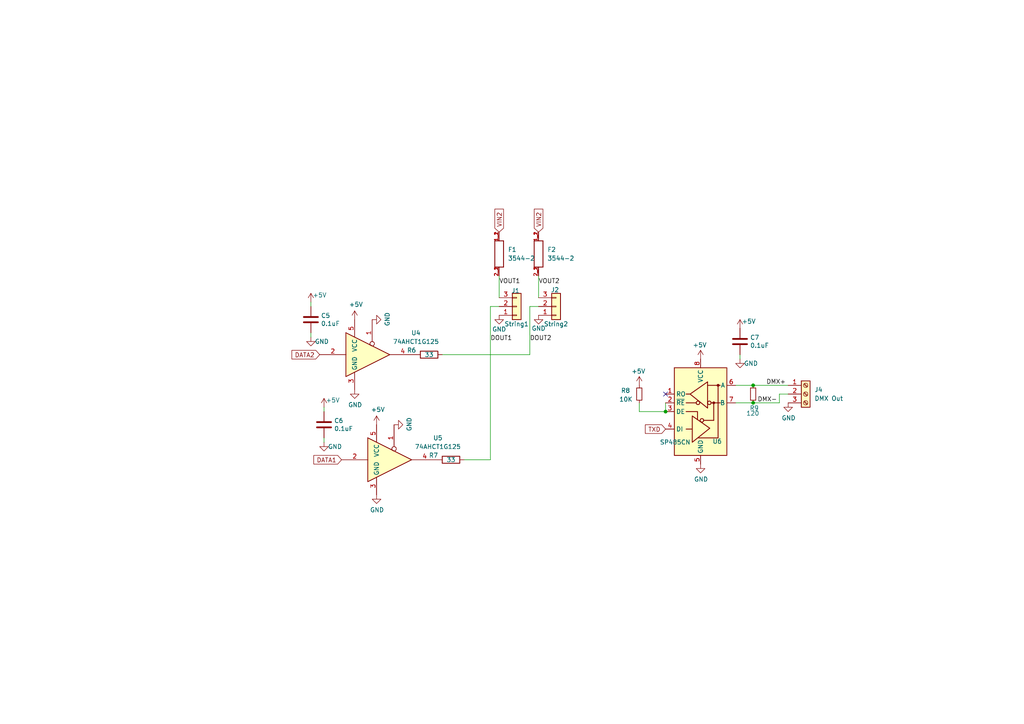
<source format=kicad_sch>
(kicad_sch (version 20231120) (generator "eeschema") (generator_version "8.0")
  (paper "A4")
  (title_block (title "Pi Zero W 2") (date "2024-12-30") (rev "v1") (company "Scott Hanson"))
  (lib_symbols
    (symbol "74xGxx:74AHCT1G125"
      (property "Reference" "U" (at -2.54 3.81 0))
      (property "Value" "74AHCT1G125" (at 0 -3.81 0))
      (symbol "74AHCT1G125_0_1"
        (polyline (pts (xy -7.62 6.35) (xy -7.62 -6.35) (xy 5.08 0) (xy -7.62 6.35)) (stroke (width 0.254)) (fill (type background)))
      )
      (symbol "74AHCT1G125_1_1"
        (pin input inverted (at 0 10.16 270) (length 7.62) (name "~") (number "1"))
        (pin input line (at -15.24 0 0) (length 7.62) (name "~") (number "2"))
        (pin power_in line (at -5.08 -10.16 90) (length 5.08) (name "GND") (number "3"))
        (pin tri_state line (at 12.7 0 180) (length 7.62) (name "~") (number "4"))
        (pin power_in line (at -5.08 10.16 270) (length 5.08) (name "VCC") (number "5"))
      )
    )
    (symbol "Connector:Screw_Terminal_01x03" (pin_names (offset 1.016) hide)
      (property "Reference" "J" (at 0 5.08 0))
      (property "Value" "Screw_Terminal_01x03" (at 0 -5.08 0))
      (symbol "Screw_Terminal_01x03_1_1"
        (rectangle (start -1.27 3.81) (end 1.27 -3.81) (stroke (width 0.254)) (fill (type background)))
        (circle (center 0 -2.54) (radius 0.635) (stroke (width 0.1524)))
        (polyline (pts (xy -0.5334 -2.2098) (xy 0.3302 -3.048)) (stroke (width 0.1524)))
        (polyline (pts (xy -0.5334 0.3302) (xy 0.3302 -0.508)) (stroke (width 0.1524)))
        (polyline (pts (xy -0.5334 2.8702) (xy 0.3302 2.032)) (stroke (width 0.1524)))
        (polyline (pts (xy -0.3556 -2.032) (xy 0.508 -2.8702)) (stroke (width 0.1524)))
        (polyline (pts (xy -0.3556 0.508) (xy 0.508 -0.3302)) (stroke (width 0.1524)))
        (polyline (pts (xy -0.3556 3.048) (xy 0.508 2.2098)) (stroke (width 0.1524)))
        (circle (center 0 0) (radius 0.635) (stroke (width 0.1524)))
        (circle (center 0 2.54) (radius 0.635) (stroke (width 0.1524)))
        (pin passive line (at -5.08 2.54 0) (length 3.81) (name "Pin_1") (number "1"))
        (pin passive line (at -5.08 0 0) (length 3.81) (name "Pin_2") (number "2"))
        (pin passive line (at -5.08 -2.54 0) (length 3.81) (name "Pin_3") (number "3"))
      )
    )
    (symbol "Connector_Generic:Conn_01x03" (pin_names (offset 1.016) hide)
      (property "Reference" "J" (at 0 5.08 0))
      (property "Value" "Conn_01x03" (at 0 -5.08 0))
      (symbol "Conn_01x03_1_1"
        (rectangle (start -1.27 -2.413) (end 0 -2.667) (stroke (width 0.1524)))
        (rectangle (start -1.27 0.127) (end 0 -0.127) (stroke (width 0.1524)))
        (rectangle (start -1.27 2.667) (end 0 2.413) (stroke (width 0.1524)))
        (rectangle (start -1.27 3.81) (end 1.27 -3.81) (stroke (width 0.254)) (fill (type background)))
        (pin passive line (at -5.08 2.54 0) (length 3.81) (name "Pin_1") (number "1"))
        (pin passive line (at -5.08 0 0) (length 3.81) (name "Pin_2") (number "2"))
        (pin passive line (at -5.08 -2.54 0) (length 3.81) (name "Pin_3") (number "3"))
      )
    )
    (symbol "Device:R" (pin_numbers hide) (pin_names (offset 0))
      (property "Reference" "R" (at 2.032 0 90))
      (property "Value" "R" (at 0 0 90))
      (symbol "R_0_1"
        (rectangle (start -1.016 -2.54) (end 1.016 2.54) (stroke (width 0.254)))
      )
      (symbol "R_1_1"
        (pin passive line (at 0 3.81 270) (length 1.27) (name "~") (number "1"))
        (pin passive line (at 0 -3.81 90) (length 1.27) (name "~") (number "2"))
      )
    )
    (symbol "Device:R_Small" (pin_numbers hide) (pin_names (offset 0.254) hide)
      (property "Reference" "R" (at 0.762 0.508 0))
      (property "Value" "R_Small" (at 0.762 -1.016 0))
      (symbol "R_Small_0_1"
        (rectangle (start -0.762 1.778) (end 0.762 -1.778) (stroke (width 0.2032)))
      )
      (symbol "R_Small_1_1"
        (pin passive line (at 0 2.54 270) (length 0.762) (name "~") (number "1"))
        (pin passive line (at 0 -2.54 90) (length 0.762) (name "~") (number "2"))
      )
    )
    (symbol "Interface_UART:SP3485CP"
      (property "Reference" "U" (at -7.62 13.97 0))
      (property "Value" "SP3485CP" (at 1.905 13.97 0))
      (symbol "SP3485CP_0_1"
        (rectangle (start -7.62 12.7) (end 7.62 -12.7) (stroke (width 0.254)) (fill (type background)))
        (polyline (pts (xy -4.191 2.54) (xy -1.27 2.54)) (stroke (width 0.254)))
        (polyline (pts (xy -2.54 -5.08) (xy -4.191 -5.08)) (stroke (width 0.254)))
        (polyline (pts (xy -0.635 -7.62) (xy 5.08 -7.62)) (stroke (width 0.254)))
        (polyline (pts (xy 0.889 -2.54) (xy 3.81 -2.54)) (stroke (width 0.254)))
        (polyline (pts (xy 2.032 7.62) (xy 5.715 7.62)) (stroke (width 0.254)))
        (polyline (pts (xy 3.048 2.54) (xy 5.715 2.54)) (stroke (width 0.254)))
        (polyline (pts (xy 3.81 -2.54) (xy 3.81 2.54)) (stroke (width 0.254)))
        (polyline (pts (xy 5.08 -7.62) (xy 5.08 7.62)) (stroke (width 0.254)))
        (polyline (pts (xy -4.191 0) (xy -0.889 0) (xy -0.889 -2.286)) (stroke (width 0.254)))
        (polyline (pts (xy -3.175 5.08) (xy -4.191 5.08) (xy -4.064 5.08)) (stroke (width 0.254)))
        (polyline (pts (xy -2.413 -5.08) (xy -2.413 -1.27) (xy 2.667 -4.826) (xy -2.413 -8.89) (xy -2.413 -5.08)) (stroke (width 0.254)))
        (circle (center 0.381 -2.54) (radius 0.508) (stroke (width 0.254)))
        (circle (center 3.81 2.54) (radius 0.2794) (stroke (width 0.254)) (fill (type outline)))
      )
      (symbol "SP3485CP_1_1"
        (circle (center -0.762 2.54) (radius 0.508) (stroke (width 0.254)))
        (polyline (pts (xy 2.032 4.826) (xy 2.032 8.636) (xy -3.048 5.08) (xy 2.032 1.016) (xy 2.032 4.826)) (stroke (width 0.254)))
        (circle (center 2.54 2.54) (radius 0.508) (stroke (width 0.254)))
        (circle (center 5.08 7.62) (radius 0.2794) (stroke (width 0.254)) (fill (type outline)))
        (pin output line (at -10.16 5.08 0) (length 2.54) (name "RO") (number "1"))
        (pin input line (at -10.16 2.54 0) (length 2.54) (name "~{RE}") (number "2"))
        (pin input line (at -10.16 0 0) (length 2.54) (name "DE") (number "3"))
        (pin input line (at -10.16 -5.08 0) (length 2.54) (name "DI") (number "4"))
        (pin power_in line (at 0 -15.24 90) (length 2.54) (name "GND") (number "5"))
        (pin bidirectional line (at 10.16 7.62 180) (length 2.54) (name "A") (number "6"))
        (pin bidirectional line (at 10.16 2.54 180) (length 2.54) (name "B") (number "7"))
        (pin power_in line (at 0 15.24 270) (length 2.54) (name "VCC") (number "8"))
      )
    )
    (symbol "Pi_Zero_W_16-rescue:C-Device" (pin_numbers hide) (pin_names (offset 0.254))
      (property "Reference" "C" (at 0.635 2.54 0))
      (property "Value" "C-Device" (at 0.635 -2.54 0))
      (symbol "C-Device_0_1"
        (polyline (pts (xy -2.032 -0.762) (xy 2.032 -0.762)) (stroke (width 0.508)))
        (polyline (pts (xy -2.032 0.762) (xy 2.032 0.762)) (stroke (width 0.508)))
      )
      (symbol "C-Device_1_1"
        (pin passive line (at 0 3.81 270) (length 2.794) (name "~") (number "1"))
        (pin passive line (at 0 -3.81 90) (length 2.794) (name "~") (number "2"))
      )
    )
    (symbol "Scotts:3544-2" (pin_names (offset 1.016) hide)
      (property "Reference" "F?" (at -3.81 2.54 0))
      (property "Value" "3544-2" (at -3.81 -2.54 0))
      (symbol "3544-2_0_0"
        (polyline (pts (xy -3.81 -1.27) (xy -3.81 1.27)) (stroke (width 0.254)))
        (polyline (pts (xy -3.81 1.27) (xy 3.81 1.27)) (stroke (width 0.254)))
        (polyline (pts (xy 3.81 -1.27) (xy -3.81 -1.27)) (stroke (width 0.254)))
        (polyline (pts (xy 3.81 1.27) (xy 3.81 -1.27)) (stroke (width 0.254)))
        (text "~" (at 0 0 0) (effects (font (size 1.27 1.27))))
        (pin passive line (at -6.35 0 0) (length 2.54) (name "1") (number "1_1"))
        (pin passive line (at -6.35 0 0) (length 2.54) (name "1") (number "1_2"))
        (pin passive line (at 6.35 0 180) (length 2.54) (name "2") (number "2_1"))
        (pin passive line (at 6.35 0 180) (length 2.54) (name "2") (number "2_2"))
      )
    )
    (symbol "power:+5V" (power) (pin_names (offset 0))
      (property "Value" "+5V" (at 0 3.556 0))
      (symbol "+5V_0_1"
        (polyline (pts (xy -0.762 1.27) (xy 0 2.54)))
        (polyline (pts (xy 0 0) (xy 0 2.54)))
        (polyline (pts (xy 0 2.54) (xy 0.762 1.27)))
      )
      (symbol "+5V_1_1"
        (pin power_in line (at 0 0 90) (length 0) hide (name "+5V") (number "1"))
      )
    )
    (symbol "power:GND" (power) (pin_names (offset 0))
      (property "Value" "GND" (at 0 -3.81 0))
      (symbol "GND_0_1"
        (polyline (pts (xy 0 0) (xy 0 -1.27) (xy 1.27 -1.27) (xy 0 -2.54) (xy -1.27 -1.27) (xy 0 -1.27)))
      )
      (symbol "GND_1_1"
        (pin power_in line (at 0 0 270) (length 0) hide (name "GND") (number "1"))
      )
    )
  )
  (junction (at 218.44 116.84))
  (junction (at 193.04 119.38))
  (junction (at 218.44 111.76))
  (no_connect (at 193.04 114.3))
  (wire (pts (xy 142.24 88.9) (xy 142.24 133.35)))
  (wire (pts (xy 226.06 114.3) (xy 228.6 114.3)))
  (wire (pts (xy 93.98 128.27) (xy 93.98 127)))
  (wire (pts (xy 226.06 116.84) (xy 226.06 114.3)))
  (wire (pts (xy 142.24 88.9) (xy 144.78 88.9)))
  (wire (pts (xy 213.36 116.84) (xy 218.44 116.84)))
  (wire (pts (xy 218.44 111.76) (xy 228.6 111.76)))
  (wire (pts (xy 144.78 80.01) (xy 144.78 86.36)))
  (wire (pts (xy 213.36 111.76) (xy 218.44 111.76)))
  (wire (pts (xy 218.44 116.84) (xy 226.06 116.84)))
  (wire (pts (xy 93.98 118.11) (xy 93.98 119.38)))
  (wire (pts (xy 156.21 88.9) (xy 153.67 88.9)))
  (wire (pts (xy 128.27 102.87) (xy 153.67 102.87)))
  (wire (pts (xy 90.17 87.63) (xy 90.17 88.9)))
  (wire (pts (xy 185.42 119.38) (xy 185.42 116.84)))
  (wire (pts (xy 193.04 116.84) (xy 193.04 119.38)))
  (wire (pts (xy 156.21 86.36) (xy 156.21 80.01)))
  (wire (pts (xy 134.62 133.35) (xy 142.24 133.35)))
  (wire (pts (xy 90.17 97.79) (xy 90.17 96.52)))
  (wire (pts (xy 153.67 88.9) (xy 153.67 102.87)))
  (wire (pts (xy 193.04 119.38) (xy 185.42 119.38)))
  (wire (pts (xy 214.63 104.14) (xy 214.63 102.87)))
  (label "DMX-" (at 219.71 116.84 0))
  (label "DOUT1" (at 142.24 99.06 0))
  (label "DMX+" (at 222.25 111.76 0))
  (label "DOUT2" (at 153.67 99.06 0))
  (label "VOUT1" (at 144.78 82.55 0))
  (label "VOUT2" (at 156.21 82.55 0))
  (global_label "DATA2" (shape input) (at 92.71 102.87 180) (property "Intersheetrefs" "${INTERSHEET_REFS}" (effects (hide yes))))
  (global_label "TXD" (shape input) (at 193.04 124.46 180) (property "Intersheetrefs" "${INTERSHEET_REFS}" (effects (hide yes))))
  (global_label "VIN2" (shape input) (at 156.21 67.31 90) (property "Intersheetrefs" "${INTERSHEET_REFS}" (effects (hide yes))))
  (global_label "VIN2" (shape input) (at 144.78 67.31 90) (property "Intersheetrefs" "${INTERSHEET_REFS}" (effects (hide yes))))
  (global_label "DATA1" (shape input) (at 99.06 133.35 180) (property "Intersheetrefs" "${INTERSHEET_REFS}" (effects (hide yes))))
  (symbol (lib_id "Connector_Generic:Conn_01x03") (at 149.86 88.9 0) (mirror x) (unit 1)
    (property "Reference" "J1" (at 148.336 84.328 0) (effects (justify left)))
    (property "Value" "String1" (at 146.304 93.98 0) (effects (justify left)))
    (property "Footprint" "Scotts:PhoenixContact_MCV_3.81mm_3.5mm_1x03_Vertical" (effects (hide yes)))
    (property "Digi-Key_PN" "277-5737-ND/ED10555-ND" (effects (hide yes)))
    (property "MPN" "1843619/OSTTJ0311530" (effects (hide yes)))
    (property "LCSC" "C8389" (effects (hide yes)))
  )
  (symbol (lib_id "Connector_Generic:Conn_01x03") (at 161.29 88.9 0) (mirror x) (unit 1)
    (property "Reference" "J2" (at 159.766 84.074 0) (effects (justify left)))
    (property "Value" "String2" (at 157.734 93.98 0) (effects (justify left)))
    (property "Footprint" "Scotts:PhoenixContact_MCV_3.81mm_3.5mm_1x03_Vertical" (effects (hide yes)))
    (property "Digi-Key_PN" "277-5737-ND/ED10555-ND" (effects (hide yes)))
    (property "MPN" "1843619/OSTTJ0311530" (effects (hide yes)))
    (property "LCSC" "C8389" (effects (hide yes)))
  )
  (symbol (lib_id "power:GND") (at 144.78 91.44 0) (unit 1)
    (property "Reference" "#PWR031" (effects (hide yes)))
    (property "Value" "GND" (at 144.78 95.504 0))
  )
  (symbol (lib_id "power:GND") (at 156.21 91.44 0) (unit 1)
    (property "Reference" "#PWR032" (effects (hide yes)))
    (property "Value" "GND" (at 156.21 95.25 0))
  )
  (symbol (lib_id "power:GND") (at 90.17 97.79 0) (unit 1)
    (property "Reference" "#PWR035" (effects (hide yes)))
    (property "Value" "GND" (at 93.345 99.06 0))
  )
  (symbol (lib_id "power:+5V") (at 109.22 123.19 0) (unit 1)
    (property "Reference" "#PWR038" (effects (hide yes)))
    (property "Value" "+5V" (at 109.601 118.7958 0))
  )
  (symbol (lib_id "power:GND") (at 109.22 143.51 0) (unit 1)
    (property "Reference" "#PWR041" (effects (hide yes)))
    (property "Value" "GND" (at 109.347 147.9042 0))
  )
  (symbol (lib_id "Pi_Zero_W_16-rescue:C-Device") (at 90.17 92.71 0) (unit 1)
    (property "Reference" "C5" (at 93.091 91.5416 0) (effects (justify left)))
    (property "Value" "0.1uF" (at 93.091 93.853 0) (effects (justify left)))
    (property "Footprint" "Capacitor_SMD:C_0603_1608Metric" (effects (hide yes)))
    (property "Digi-Key_PN" "1276-1935-2-ND" (effects (hide yes)))
    (property "MPN" "CL10B104KB8NNWC" (effects (hide yes)))
    (property "LCSC" "C14663" (effects (hide yes)))
  )
  (symbol (lib_id "power:+5V") (at 90.17 87.63 0) (unit 1)
    (property "Reference" "#PWR030" (effects (hide yes)))
    (property "Value" "+5V" (at 92.71 85.598 0))
  )
  (symbol (lib_id "74xGxx:74AHCT1G125") (at 114.3 133.35 0) (unit 1)
    (property "Reference" "U5" (at 127 127.0314 0))
    (property "Value" "74AHCT1G125" (at 127 129.5714 0))
    (property "Footprint" "Package_SO:TSOP-5_1.65x3.05mm_P0.95mm" (effects (hide yes)))
    (property "Datasheet" "http://www.ti.com/lit/sg/scyt129e/scyt129e.pdf" (effects (hide yes)))
    (property "Description" "Single Buffer Gate Tri-State, Low-Voltage CMOS" (effects (hide yes)))
    (property "LCSC" "C7484" (effects (hide yes)))
  )
  (symbol (lib_id "74xGxx:74AHCT1G125") (at 107.95 102.87 0) (unit 1)
    (property "Reference" "U4" (at 120.65 96.5514 0))
    (property "Value" "74AHCT1G125" (at 120.65 99.0914 0))
    (property "Footprint" "Package_SO:TSOP-5_1.65x3.05mm_P0.95mm" (effects (hide yes)))
    (property "Datasheet" "http://www.ti.com/lit/sg/scyt129e/scyt129e.pdf" (effects (hide yes)))
    (property "Description" "Single Buffer Gate Tri-State, Low-Voltage CMOS" (effects (hide yes)))
    (property "LCSC" "C7484" (effects (hide yes)))
  )
  (symbol (lib_id "Device:R") (at 124.46 102.87 90) (unit 1)
    (property "Reference" "R6" (at 119.38 101.6 90))
    (property "Value" "33" (at 124.46 102.87 90))
    (property "Footprint" "Resistor_SMD:R_0603_1608Metric" (effects (hide yes)))
    (property "LCSC" "C23140" (effects (hide yes)))
    (property "Digi-Key_PN" "311-33.0HRCT-ND" (effects (hide yes)))
    (property "MPN" "RC0603FR-0733RL" (effects (hide yes)))
  )
  (symbol (lib_id "Scotts:3544-2") (at 144.78 73.66 270) (unit 1)
    (property "Reference" "F1" (at 147.32 72.3899 90) (effects (justify left)))
    (property "Value" "3544-2" (at 147.32 74.9299 90) (effects (justify left)))
    (property "Footprint" "Scotts:FUSE_3544-2" (effects (hide yes)))
    (property "Digi-Key_PN" "36-3544-2-ND" (effects (hide yes)))
    (property "MPN" "3544-2" (effects (hide yes)))
    (property "LCSC" "C492610" (effects (hide yes)))
  )
  (symbol (lib_id "Device:R") (at 130.81 133.35 90) (unit 1)
    (property "Reference" "R7" (at 125.73 132.08 90))
    (property "Value" "33" (at 130.81 133.35 90))
    (property "Footprint" "Resistor_SMD:R_0603_1608Metric" (effects (hide yes)))
    (property "LCSC" "C23140" (effects (hide yes)))
    (property "Digi-Key_PN" "311-33.0HRCT-ND" (effects (hide yes)))
    (property "MPN" "RC0603FR-0733RL" (effects (hide yes)))
  )
  (symbol (lib_id "power:GND") (at 203.2 134.62 0) (unit 1)
    (property "Reference" "#PWR048" (effects (hide yes)))
    (property "Value" "GND" (at 203.327 139.0142 0))
  )
  (symbol (lib_id "power:+5V") (at 185.42 111.76 0) (unit 1)
    (property "Reference" "#PWR044" (effects (hide yes)))
    (property "Value" "+5V" (at 185.166 107.696 0))
  )
  (symbol (lib_id "Interface_UART:SP3485CP") (at 203.2 119.38 0) (unit 1)
    (property "Reference" "U6" (at 208.026 128.016 0))
    (property "Value" "SP485CN" (at 195.834 128.27 0))
    (property "Footprint" "Package_SO:SOIC-8_3.9x4.9mm_P1.27mm" (effects (hide yes)))
    (property "Digi-Key_PN" "1016-1825-1-ND" (effects (hide yes)))
    (property "MPN" "SP485CN-L/TR" (effects (hide yes)))
    (property "LCSC" "C6855" (effects (hide yes)))
  )
  (symbol (lib_id "power:+5V") (at 102.87 92.71 0) (unit 1)
    (property "Reference" "#PWR033" (effects (hide yes)))
    (property "Value" "+5V" (at 103.251 88.3158 0))
  )
  (symbol (lib_id "Pi_Zero_W_16-rescue:C-Device") (at 214.63 99.06 0) (unit 1)
    (property "Reference" "C7" (at 217.551 97.8916 0) (effects (justify left)))
    (property "Value" "0.1uF" (at 217.551 100.203 0) (effects (justify left)))
    (property "Footprint" "Capacitor_SMD:C_0603_1608Metric" (effects (hide yes)))
    (property "Digi-Key_PN" "1276-1935-2-ND" (effects (hide yes)))
    (property "MPN" "CL10B104KB8NNWC" (effects (hide yes)))
    (property "LCSC" "C14663" (effects (hide yes)))
  )
  (symbol (lib_id "Device:R_Small") (at 185.42 114.3 0) (unit 1)
    (property "Reference" "R8" (at 180.086 113.284 0) (effects (justify left)))
    (property "Value" "10K" (at 179.578 115.824 0) (effects (justify left)))
    (property "Footprint" "Resistor_SMD:R_0603_1608Metric" (effects (hide yes)))
    (property "LCSC" "C25804" (effects (hide yes)))
  )
  (symbol (lib_id "Scotts:3544-2") (at 156.21 73.66 270) (unit 1)
    (property "Reference" "F2" (at 158.75 72.3899 90) (effects (justify left)))
    (property "Value" "3544-2" (at 158.75 74.9299 90) (effects (justify left)))
    (property "Footprint" "Scotts:FUSE_3544-2" (effects (hide yes)))
    (property "Digi-Key_PN" "36-3544-2-ND" (effects (hide yes)))
    (property "MPN" "3544-2" (effects (hide yes)))
    (property "LCSC" "C492610" (effects (hide yes)))
  )
  (symbol (lib_id "Connector:Screw_Terminal_01x03") (at 233.68 114.3 0) (unit 1)
    (property "Reference" "J4" (at 236.22 113.0299 0) (effects (justify left)))
    (property "Value" "DMX Out" (at 236.22 115.5699 0) (effects (justify left)))
    (property "Footprint" "TerminalBlock_Phoenix:TerminalBlock_Phoenix_MKDS-1,5-3-5.08_1x03_P5.08mm_Horizontal" (effects (hide yes)))
    (property "Description" "Generic screw terminal, single row, 01x03, script generated (kicad-library-utils/schlib/autogen/connector/)" (effects (hide yes)))
  )
  (symbol (lib_id "power:+5V") (at 214.63 95.25 0) (unit 1)
    (property "Reference" "#PWR042" (effects (hide yes)))
    (property "Value" "+5V" (at 217.17 93.218 0))
  )
  (symbol (lib_id "power:GND") (at 93.98 128.27 0) (unit 1)
    (property "Reference" "#PWR040" (effects (hide yes)))
    (property "Value" "GND" (at 97.155 129.54 0))
  )
  (symbol (lib_id "power:GND") (at 102.87 113.03 0) (unit 1)
    (property "Reference" "#PWR036" (effects (hide yes)))
    (property "Value" "GND" (at 102.997 117.4242 0))
  )
  (symbol (lib_id "power:+5V") (at 93.98 118.11 0) (unit 1)
    (property "Reference" "#PWR037" (effects (hide yes)))
    (property "Value" "+5V" (at 96.52 116.078 0))
  )
  (symbol (lib_id "power:GND") (at 214.63 104.14 0) (unit 1)
    (property "Reference" "#PWR043" (effects (hide yes)))
    (property "Value" "GND" (at 217.805 105.41 0))
  )
  (symbol (lib_id "Device:R_Small") (at 218.44 114.3 0) (unit 1)
    (property "Reference" "R9" (at 217.424 118.364 0) (effects (justify left)))
    (property "Value" "120" (at 216.408 119.888 0) (effects (justify left)))
    (property "Footprint" "Resistor_SMD:R_0603_1608Metric" (effects (hide yes)))
    (property "LCSC" "C22790" (effects (hide yes)))
  )
  (symbol (lib_id "power:+5V") (at 203.2 104.14 0) (unit 1)
    (property "Reference" "#PWR045" (effects (hide yes)))
    (property "Value" "+5V" (at 202.946 100.076 0))
  )
  (symbol (lib_id "power:GND") (at 228.6 116.84 0) (unit 1)
    (property "Reference" "#PWR047" (effects (hide yes)))
    (property "Value" "GND" (at 228.727 121.2342 0))
  )
  (symbol (lib_id "power:GND") (at 114.3 123.19 90) (unit 1)
    (property "Reference" "#PWR039" (effects (hide yes)))
    (property "Value" "GND" (at 118.6942 123.063 0))
  )
  (symbol (lib_id "Pi_Zero_W_16-rescue:C-Device") (at 93.98 123.19 0) (unit 1)
    (property "Reference" "C6" (at 96.901 122.0216 0) (effects (justify left)))
    (property "Value" "0.1uF" (at 96.901 124.333 0) (effects (justify left)))
    (property "Footprint" "Capacitor_SMD:C_0603_1608Metric" (effects (hide yes)))
    (property "Digi-Key_PN" "1276-1935-2-ND" (effects (hide yes)))
    (property "MPN" "CL10B104KB8NNWC" (effects (hide yes)))
    (property "LCSC" "C14663" (effects (hide yes)))
  )
  (symbol (lib_id "power:GND") (at 107.95 92.71 90) (unit 1)
    (property "Reference" "#PWR034" (effects (hide yes)))
    (property "Value" "GND" (at 112.3442 92.583 0))
  )
)
</source>
